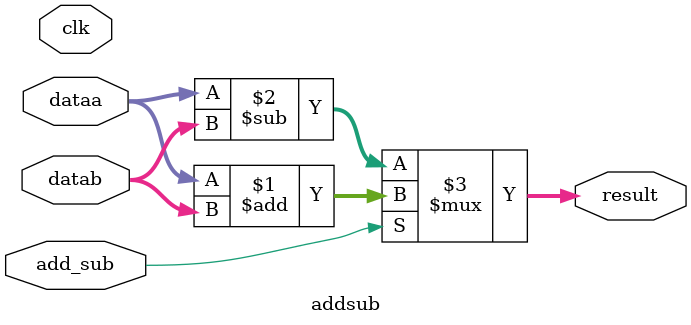
<source format=sv>
module addsub #(parameter WIDTH = 8) (
  input                    clk,
  input [WIDTH-1:0]        dataa,
  input [WIDTH-1:0]        datab,
  input                    add_sub,	  // if this is 1, add; else subtract
  output logic [WIDTH-1:0] result
);

   assign result = add_sub ? (dataa + datab) : (dataa - datab);

// fill in guts        
//add_sub       result
//1             dataa + datab;
//0             dataa - datab;   


endmodule

</source>
